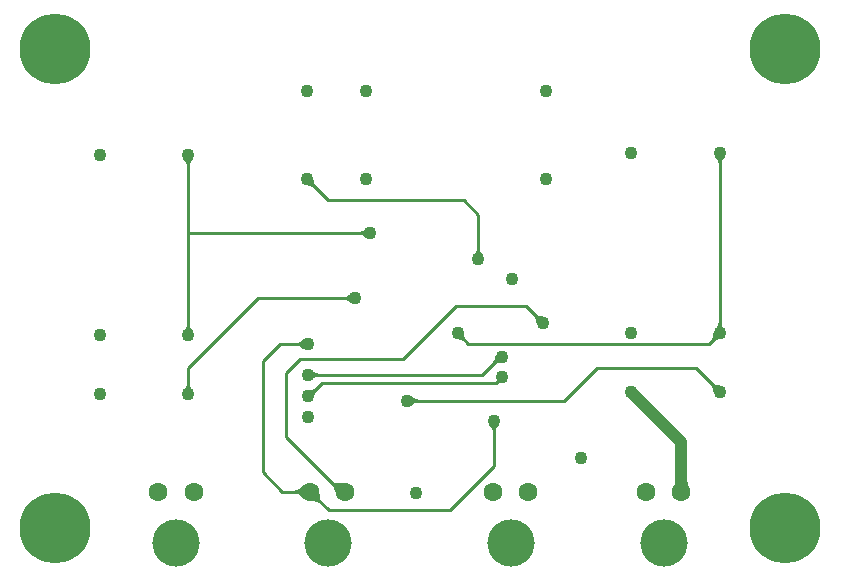
<source format=gbl>
G04*
G04 #@! TF.GenerationSoftware,Altium Limited,Altium Designer,18.1.9 (240)*
G04*
G04 Layer_Physical_Order=2*
G04 Layer_Color=16711680*
%FSLAX25Y25*%
%MOIN*%
G70*
G01*
G75*
%ADD13C,0.01000*%
%ADD41C,0.03937*%
%ADD42C,0.04331*%
%ADD43C,0.23622*%
%ADD44C,0.06299*%
%ADD45C,0.15748*%
G36*
X199776Y149748D02*
X200163Y149423D01*
X200353Y149291D01*
X200541Y149179D01*
X200725Y149088D01*
X200907Y149017D01*
X201087Y148966D01*
X201263Y148935D01*
X201438Y148925D01*
Y147925D01*
X201263Y147915D01*
X201087Y147885D01*
X200907Y147834D01*
X200725Y147763D01*
X200541Y147671D01*
X200353Y147559D01*
X200163Y147427D01*
X199971Y147275D01*
X199776Y147102D01*
X199578Y146909D01*
Y149941D01*
X199776Y149748D01*
D02*
G37*
G36*
X158778Y145161D02*
X158808Y144984D01*
X158859Y144805D01*
X158930Y144623D01*
X159022Y144438D01*
X159133Y144251D01*
X159265Y144061D01*
X159418Y143869D01*
X159590Y143673D01*
X159783Y143475D01*
X156752D01*
X156945Y143673D01*
X157270Y144061D01*
X157402Y144251D01*
X157514Y144438D01*
X157605Y144623D01*
X157676Y144805D01*
X157727Y144984D01*
X157758Y145161D01*
X157768Y145335D01*
X158768D01*
X158778Y145161D01*
D02*
G37*
G36*
X200929Y143136D02*
X200819Y143012D01*
X200717Y142871D01*
X200622Y142711D01*
X200536Y142533D01*
X200457Y142337D01*
X200386Y142122D01*
X200323Y141890D01*
X200221Y141369D01*
X200182Y141082D01*
X198331Y143483D01*
X198593Y143454D01*
X198841Y143441D01*
X199074Y143445D01*
X199294Y143466D01*
X199499Y143503D01*
X199691Y143556D01*
X199868Y143627D01*
X200032Y143713D01*
X200181Y143817D01*
X200317Y143937D01*
X200929Y143136D01*
D02*
G37*
G36*
X206955Y112584D02*
X207165Y112453D01*
X207397Y112354D01*
X207652Y112285D01*
X207928Y112247D01*
X208227Y112240D01*
X208548Y112263D01*
X208891Y112318D01*
X209256Y112403D01*
X209644Y112519D01*
X207620Y108602D01*
X207456Y109122D01*
X206617Y111312D01*
X206501Y111522D01*
X206392Y111688D01*
X206289Y111809D01*
X206768Y112745D01*
X206955Y112584D01*
D02*
G37*
G36*
X196570Y107323D02*
X196241Y107647D01*
X195620Y108192D01*
X195327Y108414D01*
X195047Y108601D01*
X194778Y108755D01*
X194520Y108874D01*
X194275Y108959D01*
X194041Y109011D01*
X193819Y109028D01*
Y110028D01*
X194041Y110045D01*
X194275Y110096D01*
X194520Y110181D01*
X194778Y110300D01*
X195047Y110454D01*
X195327Y110641D01*
X195620Y110863D01*
X196241Y111408D01*
X196570Y111732D01*
Y107323D01*
D02*
G37*
G36*
X201971Y109035D02*
X202025Y108210D01*
X202075Y107846D01*
X202141Y107515D01*
X202223Y107216D01*
X202321Y106950D01*
X202434Y106716D01*
X202563Y106515D01*
X202708Y106346D01*
X202000Y105639D01*
X201832Y105784D01*
X201630Y105913D01*
X201396Y106026D01*
X201130Y106123D01*
X200831Y106205D01*
X200500Y106271D01*
X200136Y106322D01*
X199312Y106375D01*
X198850Y106378D01*
X201968Y109496D01*
X201971Y109035D01*
D02*
G37*
G36*
X158768Y165020D02*
X158778Y164846D01*
X158808Y164669D01*
X158859Y164490D01*
X158930Y164308D01*
X159022Y164123D01*
X159133Y163936D01*
X159265Y163746D01*
X159418Y163554D01*
X159590Y163358D01*
X159783Y163161D01*
X156752D01*
X156945Y163358D01*
X157270Y163746D01*
X157402Y163936D01*
X157514Y164123D01*
X157605Y164308D01*
X157676Y164490D01*
X157727Y164669D01*
X157758Y164846D01*
X157768Y165020D01*
X158768D01*
D02*
G37*
G36*
X194625Y159161D02*
X194800Y159172D01*
X194976Y159202D01*
X195156Y159253D01*
X195338Y159324D01*
X195522Y159415D01*
X195710Y159527D01*
X195900Y159659D01*
X196092Y159811D01*
X196287Y159984D01*
X196485Y160177D01*
Y157146D01*
X196287Y157339D01*
X195900Y157664D01*
X195710Y157796D01*
X195522Y157907D01*
X195338Y157999D01*
X195156Y158070D01*
X194976Y158121D01*
X194800Y158151D01*
X194625Y158161D01*
Y159161D01*
D02*
G37*
G36*
X210373Y174417D02*
X210548Y174427D01*
X210724Y174458D01*
X210904Y174509D01*
X211086Y174580D01*
X211270Y174671D01*
X211458Y174783D01*
X211648Y174915D01*
X211840Y175067D01*
X212035Y175240D01*
X212233Y175433D01*
Y172402D01*
X212035Y172595D01*
X211648Y172920D01*
X211458Y173052D01*
X211270Y173163D01*
X211086Y173255D01*
X210904Y173326D01*
X210724Y173377D01*
X210548Y173407D01*
X210373Y173417D01*
Y174417D01*
D02*
G37*
G36*
X157768Y218248D02*
X157758Y218422D01*
X157727Y218598D01*
X157676Y218778D01*
X157605Y218960D01*
X157514Y219144D01*
X157402Y219332D01*
X157270Y219522D01*
X157118Y219714D01*
X156945Y219909D01*
X156752Y220107D01*
X159783D01*
X159590Y219909D01*
X159265Y219522D01*
X159133Y219332D01*
X159022Y219144D01*
X158930Y218960D01*
X158859Y218778D01*
X158808Y218598D01*
X158778Y218422D01*
X158768Y218248D01*
X157768D01*
D02*
G37*
G36*
X199890Y210821D02*
X199759Y210937D01*
X199613Y211040D01*
X199450Y211131D01*
X199271Y211209D01*
X199076Y211275D01*
X198864Y211329D01*
X198637Y211370D01*
X198393Y211398D01*
X198133Y211414D01*
X197856Y211417D01*
X200000Y213561D01*
X200003Y213285D01*
X200048Y212781D01*
X200089Y212553D01*
X200142Y212342D01*
X200208Y212146D01*
X200286Y211967D01*
X200377Y211805D01*
X200481Y211658D01*
X200597Y211528D01*
X199890Y210821D01*
D02*
G37*
G36*
X215492Y196169D02*
X215666Y196179D01*
X215843Y196210D01*
X216022Y196261D01*
X216204Y196332D01*
X216389Y196423D01*
X216576Y196535D01*
X216766Y196667D01*
X216958Y196819D01*
X217154Y196992D01*
X217351Y197185D01*
Y194153D01*
X217154Y194346D01*
X216766Y194672D01*
X216576Y194804D01*
X216389Y194915D01*
X216204Y195007D01*
X216022Y195078D01*
X215843Y195129D01*
X215666Y195159D01*
X215492Y195169D01*
Y196169D01*
D02*
G37*
G36*
X262398Y152399D02*
X262142Y152439D01*
X261900Y152461D01*
X261671Y152465D01*
X261455Y152451D01*
X261252Y152420D01*
X261062Y152370D01*
X260886Y152303D01*
X260723Y152217D01*
X260573Y152114D01*
X260436Y151992D01*
X259857Y152828D01*
X259965Y152948D01*
X260066Y153087D01*
X260161Y153245D01*
X260251Y153422D01*
X260334Y153618D01*
X260411Y153833D01*
X260547Y154320D01*
X260606Y154591D01*
X260659Y154882D01*
X262398Y152399D01*
D02*
G37*
G36*
X261862Y145684D02*
X261817Y145698D01*
X261767Y145702D01*
X261712Y145693D01*
X261651Y145674D01*
X261585Y145642D01*
X261515Y145600D01*
X261439Y145546D01*
X261358Y145481D01*
X261180Y145316D01*
X260473Y146023D01*
X260561Y146114D01*
X260703Y146281D01*
X260757Y146357D01*
X260800Y146428D01*
X260831Y146494D01*
X260851Y146554D01*
X260859Y146609D01*
X260856Y146660D01*
X260841Y146704D01*
X261862Y145684D01*
D02*
G37*
G36*
X333508Y145363D02*
X333655Y145259D01*
X333818Y145168D01*
X333997Y145090D01*
X334192Y145024D01*
X334403Y144970D01*
X334631Y144930D01*
X334875Y144901D01*
X335135Y144885D01*
X335411Y144882D01*
X333268Y142738D01*
X333264Y143015D01*
X333220Y143518D01*
X333179Y143746D01*
X333126Y143958D01*
X333060Y144153D01*
X332981Y144332D01*
X332891Y144495D01*
X332787Y144641D01*
X332671Y144771D01*
X333378Y145478D01*
X333508Y145363D01*
D02*
G37*
G36*
X233043Y141130D02*
X233431Y140805D01*
X233621Y140673D01*
X233808Y140561D01*
X233993Y140469D01*
X234175Y140398D01*
X234354Y140348D01*
X234531Y140317D01*
X234705Y140307D01*
Y139307D01*
X234531Y139297D01*
X234354Y139266D01*
X234175Y139215D01*
X233993Y139144D01*
X233808Y139053D01*
X233621Y138941D01*
X233431Y138809D01*
X233239Y138657D01*
X233043Y138484D01*
X232846Y138291D01*
Y141323D01*
X233043Y141130D01*
D02*
G37*
G36*
X261539Y131327D02*
X261214Y130939D01*
X261082Y130749D01*
X260970Y130562D01*
X260879Y130377D01*
X260808Y130195D01*
X260757Y130016D01*
X260727Y129839D01*
X260717Y129665D01*
X259717D01*
X259706Y129839D01*
X259676Y130016D01*
X259625Y130195D01*
X259554Y130377D01*
X259463Y130562D01*
X259351Y130749D01*
X259219Y130939D01*
X259067Y131131D01*
X258894Y131327D01*
X258701Y131525D01*
X261732D01*
X261539Y131327D01*
D02*
G37*
G36*
X324609Y113519D02*
X324691Y112224D01*
X324722Y112063D01*
X324758Y111935D01*
X324798Y111839D01*
X324843Y111777D01*
X320433D01*
X320478Y111839D01*
X320518Y111935D01*
X320553Y112063D01*
X320584Y112224D01*
X320610Y112417D01*
X320648Y112903D01*
X320669Y113876D01*
X324606D01*
X324609Y113519D01*
D02*
G37*
G36*
X250086Y159640D02*
X249956Y159756D01*
X249810Y159859D01*
X249647Y159950D01*
X249468Y160028D01*
X249273Y160094D01*
X249061Y160148D01*
X248833Y160189D01*
X248590Y160217D01*
X248329Y160233D01*
X248053Y160236D01*
X250197Y162380D01*
X250200Y162104D01*
X250244Y161600D01*
X250285Y161372D01*
X250339Y161161D01*
X250405Y160965D01*
X250483Y160786D01*
X250574Y160624D01*
X250678Y160477D01*
X250794Y160347D01*
X250086Y159640D01*
D02*
G37*
G36*
X274323Y168510D02*
X274453Y168394D01*
X274600Y168291D01*
X274763Y168200D01*
X274942Y168121D01*
X275137Y168055D01*
X275348Y168002D01*
X275576Y167961D01*
X275820Y167933D01*
X276080Y167917D01*
X276356Y167913D01*
X274213Y165770D01*
X274209Y166046D01*
X274165Y166550D01*
X274124Y166778D01*
X274071Y166989D01*
X274005Y167184D01*
X273926Y167363D01*
X273835Y167526D01*
X273732Y167673D01*
X273616Y167803D01*
X274323Y168510D01*
D02*
G37*
G36*
X255421Y190414D02*
X255431Y190240D01*
X255462Y190063D01*
X255513Y189884D01*
X255584Y189702D01*
X255675Y189517D01*
X255787Y189330D01*
X255919Y189140D01*
X256071Y188947D01*
X256244Y188752D01*
X256437Y188554D01*
X253405D01*
X253598Y188752D01*
X253924Y189140D01*
X254056Y189330D01*
X254167Y189517D01*
X254259Y189702D01*
X254330Y189884D01*
X254381Y190063D01*
X254411Y190240D01*
X254421Y190414D01*
X255421D01*
D02*
G37*
G36*
X332671Y160347D02*
X332787Y160477D01*
X332891Y160624D01*
X332981Y160786D01*
X333060Y160965D01*
X333126Y161161D01*
X333179Y161372D01*
X333220Y161600D01*
X333248Y161844D01*
X333264Y162104D01*
X333268Y162380D01*
X335411Y160236D01*
X335135Y160233D01*
X334631Y160189D01*
X334403Y160148D01*
X334192Y160094D01*
X333997Y160028D01*
X333818Y159950D01*
X333655Y159859D01*
X333508Y159756D01*
X333378Y159640D01*
X332671Y160347D01*
D02*
G37*
G36*
X335933Y165808D02*
X335943Y165633D01*
X335974Y165457D01*
X336024Y165277D01*
X336096Y165095D01*
X336187Y164911D01*
X336299Y164723D01*
X336431Y164533D01*
X336583Y164341D01*
X336756Y164146D01*
X336949Y163948D01*
X333917D01*
X334110Y164146D01*
X334435Y164533D01*
X334567Y164723D01*
X334679Y164911D01*
X334771Y165095D01*
X334842Y165277D01*
X334892Y165457D01*
X334923Y165633D01*
X334933Y165808D01*
X335933D01*
D02*
G37*
G36*
X334933Y219035D02*
X334923Y219209D01*
X334892Y219386D01*
X334842Y219565D01*
X334771Y219747D01*
X334679Y219932D01*
X334567Y220119D01*
X334435Y220309D01*
X334283Y220502D01*
X334110Y220697D01*
X333917Y220895D01*
X336949D01*
X336756Y220697D01*
X336431Y220309D01*
X336299Y220119D01*
X336187Y219932D01*
X336096Y219747D01*
X336024Y219565D01*
X335974Y219386D01*
X335943Y219209D01*
X335933Y219035D01*
X334933D01*
D02*
G37*
D13*
X260827Y145669D02*
X262795Y147638D01*
X202756Y145669D02*
X260827D01*
X198031Y148425D02*
X256161D01*
X262264Y154528D01*
X197638Y148425D02*
X198031D01*
X335433Y162402D02*
Y222441D01*
X294488Y150787D02*
X327362D01*
X283508Y139807D02*
X294488Y150787D01*
X231299Y139807D02*
X283508D01*
X327362Y150787D02*
X335433Y142717D01*
X331768Y158736D02*
X335433Y162402D01*
X289846Y158736D02*
X331768D01*
X289744Y158839D02*
X289846Y158736D01*
X197835Y213583D02*
X204724Y206693D01*
X250000D01*
X254921Y201772D01*
Y187008D02*
Y201772D01*
X158268Y141929D02*
Y150629D01*
X181556Y173917D01*
X158268Y161614D02*
Y221654D01*
X181556Y173917D02*
X213779D01*
X205000Y103347D02*
X245374D01*
X198819Y109528D02*
X205000Y103347D01*
X209278Y109528D02*
X210551D01*
X190945Y127861D02*
X209278Y109528D01*
X189389D02*
X198819D01*
X183026Y115891D02*
X189389Y109528D01*
X270866Y171260D02*
X276378Y165748D01*
X247581Y171260D02*
X270866D01*
X229865Y153543D02*
X247581Y171260D01*
X248031Y162402D02*
X251594Y158839D01*
X289744D01*
X158465Y195669D02*
X218898Y195669D01*
X190945Y127861D02*
Y149082D01*
X195407Y153543D01*
X229865D01*
X183026Y115891D02*
Y152996D01*
X188691Y158661D01*
X198031D01*
X198425Y141339D02*
X202756Y145669D01*
X245374Y103347D02*
X260216Y118189D01*
Y133071D01*
D41*
X322638Y109528D02*
Y125984D01*
X305906Y142717D02*
X322638Y125984D01*
D42*
X128740Y221654D02*
D03*
X158268D02*
D03*
Y161614D02*
D03*
Y141929D02*
D03*
X128740D02*
D03*
Y161614D02*
D03*
X305906Y162402D02*
D03*
Y142717D02*
D03*
X335433D02*
D03*
Y162402D02*
D03*
Y222441D02*
D03*
X305906D02*
D03*
X277559Y243110D02*
D03*
Y213583D02*
D03*
X217520D02*
D03*
X197835D02*
D03*
Y243110D02*
D03*
X217520D02*
D03*
X262795Y147638D02*
D03*
Y154528D02*
D03*
X266201Y180315D02*
D03*
X248031Y162402D02*
D03*
X260216Y133071D02*
D03*
X254921Y187008D02*
D03*
X276378Y165748D02*
D03*
X218898Y195669D02*
D03*
X198031Y134252D02*
D03*
Y148425D02*
D03*
Y141339D02*
D03*
Y158661D02*
D03*
X213779Y173917D02*
D03*
X234252Y109028D02*
D03*
X231299Y139807D02*
D03*
X289173Y120866D02*
D03*
D43*
X113976Y97441D02*
D03*
Y256890D02*
D03*
X357283D02*
D03*
Y97441D02*
D03*
D44*
X210630Y109528D02*
D03*
X198819D02*
D03*
X160039D02*
D03*
X148228D02*
D03*
X271654D02*
D03*
X259842D02*
D03*
X322638D02*
D03*
X310827D02*
D03*
D45*
X204724Y92520D02*
D03*
X154134D02*
D03*
X265748D02*
D03*
X316732D02*
D03*
M02*

</source>
